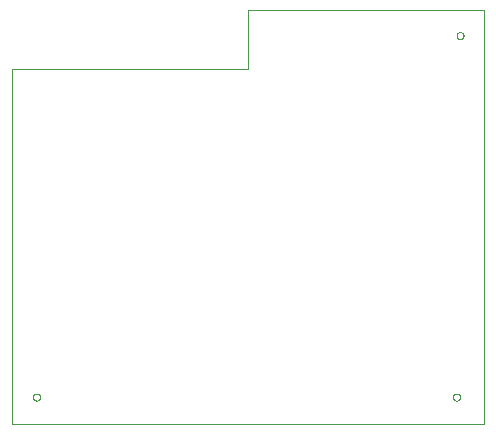
<source format=gbo>
G75*
%MOIN*%
%OFA0B0*%
%FSLAX25Y25*%
%IPPOS*%
%LPD*%
%AMOC8*
5,1,8,0,0,1.08239X$1,22.5*
%
%ADD10C,0.00000*%
D10*
X0002092Y0002201D02*
X0002092Y0120311D01*
X0080832Y0120311D01*
X0080832Y0139996D01*
X0159572Y0139996D01*
X0159572Y0002201D01*
X0002092Y0002201D01*
X0009179Y0011059D02*
X0009181Y0011128D01*
X0009187Y0011196D01*
X0009197Y0011264D01*
X0009211Y0011331D01*
X0009229Y0011398D01*
X0009250Y0011463D01*
X0009276Y0011527D01*
X0009305Y0011589D01*
X0009337Y0011649D01*
X0009373Y0011708D01*
X0009413Y0011764D01*
X0009455Y0011818D01*
X0009501Y0011869D01*
X0009550Y0011918D01*
X0009601Y0011964D01*
X0009655Y0012006D01*
X0009711Y0012046D01*
X0009769Y0012082D01*
X0009830Y0012114D01*
X0009892Y0012143D01*
X0009956Y0012169D01*
X0010021Y0012190D01*
X0010088Y0012208D01*
X0010155Y0012222D01*
X0010223Y0012232D01*
X0010291Y0012238D01*
X0010360Y0012240D01*
X0010429Y0012238D01*
X0010497Y0012232D01*
X0010565Y0012222D01*
X0010632Y0012208D01*
X0010699Y0012190D01*
X0010764Y0012169D01*
X0010828Y0012143D01*
X0010890Y0012114D01*
X0010950Y0012082D01*
X0011009Y0012046D01*
X0011065Y0012006D01*
X0011119Y0011964D01*
X0011170Y0011918D01*
X0011219Y0011869D01*
X0011265Y0011818D01*
X0011307Y0011764D01*
X0011347Y0011708D01*
X0011383Y0011649D01*
X0011415Y0011589D01*
X0011444Y0011527D01*
X0011470Y0011463D01*
X0011491Y0011398D01*
X0011509Y0011331D01*
X0011523Y0011264D01*
X0011533Y0011196D01*
X0011539Y0011128D01*
X0011541Y0011059D01*
X0011539Y0010990D01*
X0011533Y0010922D01*
X0011523Y0010854D01*
X0011509Y0010787D01*
X0011491Y0010720D01*
X0011470Y0010655D01*
X0011444Y0010591D01*
X0011415Y0010529D01*
X0011383Y0010468D01*
X0011347Y0010410D01*
X0011307Y0010354D01*
X0011265Y0010300D01*
X0011219Y0010249D01*
X0011170Y0010200D01*
X0011119Y0010154D01*
X0011065Y0010112D01*
X0011009Y0010072D01*
X0010951Y0010036D01*
X0010890Y0010004D01*
X0010828Y0009975D01*
X0010764Y0009949D01*
X0010699Y0009928D01*
X0010632Y0009910D01*
X0010565Y0009896D01*
X0010497Y0009886D01*
X0010429Y0009880D01*
X0010360Y0009878D01*
X0010291Y0009880D01*
X0010223Y0009886D01*
X0010155Y0009896D01*
X0010088Y0009910D01*
X0010021Y0009928D01*
X0009956Y0009949D01*
X0009892Y0009975D01*
X0009830Y0010004D01*
X0009769Y0010036D01*
X0009711Y0010072D01*
X0009655Y0010112D01*
X0009601Y0010154D01*
X0009550Y0010200D01*
X0009501Y0010249D01*
X0009455Y0010300D01*
X0009413Y0010354D01*
X0009373Y0010410D01*
X0009337Y0010468D01*
X0009305Y0010529D01*
X0009276Y0010591D01*
X0009250Y0010655D01*
X0009229Y0010720D01*
X0009211Y0010787D01*
X0009197Y0010854D01*
X0009187Y0010922D01*
X0009181Y0010990D01*
X0009179Y0011059D01*
X0149139Y0011059D02*
X0149141Y0011128D01*
X0149147Y0011196D01*
X0149157Y0011264D01*
X0149171Y0011331D01*
X0149189Y0011398D01*
X0149210Y0011463D01*
X0149236Y0011527D01*
X0149265Y0011589D01*
X0149297Y0011649D01*
X0149333Y0011708D01*
X0149373Y0011764D01*
X0149415Y0011818D01*
X0149461Y0011869D01*
X0149510Y0011918D01*
X0149561Y0011964D01*
X0149615Y0012006D01*
X0149671Y0012046D01*
X0149729Y0012082D01*
X0149790Y0012114D01*
X0149852Y0012143D01*
X0149916Y0012169D01*
X0149981Y0012190D01*
X0150048Y0012208D01*
X0150115Y0012222D01*
X0150183Y0012232D01*
X0150251Y0012238D01*
X0150320Y0012240D01*
X0150389Y0012238D01*
X0150457Y0012232D01*
X0150525Y0012222D01*
X0150592Y0012208D01*
X0150659Y0012190D01*
X0150724Y0012169D01*
X0150788Y0012143D01*
X0150850Y0012114D01*
X0150910Y0012082D01*
X0150969Y0012046D01*
X0151025Y0012006D01*
X0151079Y0011964D01*
X0151130Y0011918D01*
X0151179Y0011869D01*
X0151225Y0011818D01*
X0151267Y0011764D01*
X0151307Y0011708D01*
X0151343Y0011649D01*
X0151375Y0011589D01*
X0151404Y0011527D01*
X0151430Y0011463D01*
X0151451Y0011398D01*
X0151469Y0011331D01*
X0151483Y0011264D01*
X0151493Y0011196D01*
X0151499Y0011128D01*
X0151501Y0011059D01*
X0151499Y0010990D01*
X0151493Y0010922D01*
X0151483Y0010854D01*
X0151469Y0010787D01*
X0151451Y0010720D01*
X0151430Y0010655D01*
X0151404Y0010591D01*
X0151375Y0010529D01*
X0151343Y0010468D01*
X0151307Y0010410D01*
X0151267Y0010354D01*
X0151225Y0010300D01*
X0151179Y0010249D01*
X0151130Y0010200D01*
X0151079Y0010154D01*
X0151025Y0010112D01*
X0150969Y0010072D01*
X0150911Y0010036D01*
X0150850Y0010004D01*
X0150788Y0009975D01*
X0150724Y0009949D01*
X0150659Y0009928D01*
X0150592Y0009910D01*
X0150525Y0009896D01*
X0150457Y0009886D01*
X0150389Y0009880D01*
X0150320Y0009878D01*
X0150251Y0009880D01*
X0150183Y0009886D01*
X0150115Y0009896D01*
X0150048Y0009910D01*
X0149981Y0009928D01*
X0149916Y0009949D01*
X0149852Y0009975D01*
X0149790Y0010004D01*
X0149729Y0010036D01*
X0149671Y0010072D01*
X0149615Y0010112D01*
X0149561Y0010154D01*
X0149510Y0010200D01*
X0149461Y0010249D01*
X0149415Y0010300D01*
X0149373Y0010354D01*
X0149333Y0010410D01*
X0149297Y0010468D01*
X0149265Y0010529D01*
X0149236Y0010591D01*
X0149210Y0010655D01*
X0149189Y0010720D01*
X0149171Y0010787D01*
X0149157Y0010854D01*
X0149147Y0010922D01*
X0149141Y0010990D01*
X0149139Y0011059D01*
X0150321Y0131531D02*
X0150323Y0131600D01*
X0150329Y0131668D01*
X0150339Y0131736D01*
X0150353Y0131803D01*
X0150371Y0131870D01*
X0150392Y0131935D01*
X0150418Y0131999D01*
X0150447Y0132061D01*
X0150479Y0132121D01*
X0150515Y0132180D01*
X0150555Y0132236D01*
X0150597Y0132290D01*
X0150643Y0132341D01*
X0150692Y0132390D01*
X0150743Y0132436D01*
X0150797Y0132478D01*
X0150853Y0132518D01*
X0150911Y0132554D01*
X0150972Y0132586D01*
X0151034Y0132615D01*
X0151098Y0132641D01*
X0151163Y0132662D01*
X0151230Y0132680D01*
X0151297Y0132694D01*
X0151365Y0132704D01*
X0151433Y0132710D01*
X0151502Y0132712D01*
X0151571Y0132710D01*
X0151639Y0132704D01*
X0151707Y0132694D01*
X0151774Y0132680D01*
X0151841Y0132662D01*
X0151906Y0132641D01*
X0151970Y0132615D01*
X0152032Y0132586D01*
X0152092Y0132554D01*
X0152151Y0132518D01*
X0152207Y0132478D01*
X0152261Y0132436D01*
X0152312Y0132390D01*
X0152361Y0132341D01*
X0152407Y0132290D01*
X0152449Y0132236D01*
X0152489Y0132180D01*
X0152525Y0132121D01*
X0152557Y0132061D01*
X0152586Y0131999D01*
X0152612Y0131935D01*
X0152633Y0131870D01*
X0152651Y0131803D01*
X0152665Y0131736D01*
X0152675Y0131668D01*
X0152681Y0131600D01*
X0152683Y0131531D01*
X0152681Y0131462D01*
X0152675Y0131394D01*
X0152665Y0131326D01*
X0152651Y0131259D01*
X0152633Y0131192D01*
X0152612Y0131127D01*
X0152586Y0131063D01*
X0152557Y0131001D01*
X0152525Y0130940D01*
X0152489Y0130882D01*
X0152449Y0130826D01*
X0152407Y0130772D01*
X0152361Y0130721D01*
X0152312Y0130672D01*
X0152261Y0130626D01*
X0152207Y0130584D01*
X0152151Y0130544D01*
X0152093Y0130508D01*
X0152032Y0130476D01*
X0151970Y0130447D01*
X0151906Y0130421D01*
X0151841Y0130400D01*
X0151774Y0130382D01*
X0151707Y0130368D01*
X0151639Y0130358D01*
X0151571Y0130352D01*
X0151502Y0130350D01*
X0151433Y0130352D01*
X0151365Y0130358D01*
X0151297Y0130368D01*
X0151230Y0130382D01*
X0151163Y0130400D01*
X0151098Y0130421D01*
X0151034Y0130447D01*
X0150972Y0130476D01*
X0150911Y0130508D01*
X0150853Y0130544D01*
X0150797Y0130584D01*
X0150743Y0130626D01*
X0150692Y0130672D01*
X0150643Y0130721D01*
X0150597Y0130772D01*
X0150555Y0130826D01*
X0150515Y0130882D01*
X0150479Y0130940D01*
X0150447Y0131001D01*
X0150418Y0131063D01*
X0150392Y0131127D01*
X0150371Y0131192D01*
X0150353Y0131259D01*
X0150339Y0131326D01*
X0150329Y0131394D01*
X0150323Y0131462D01*
X0150321Y0131531D01*
M02*

</source>
